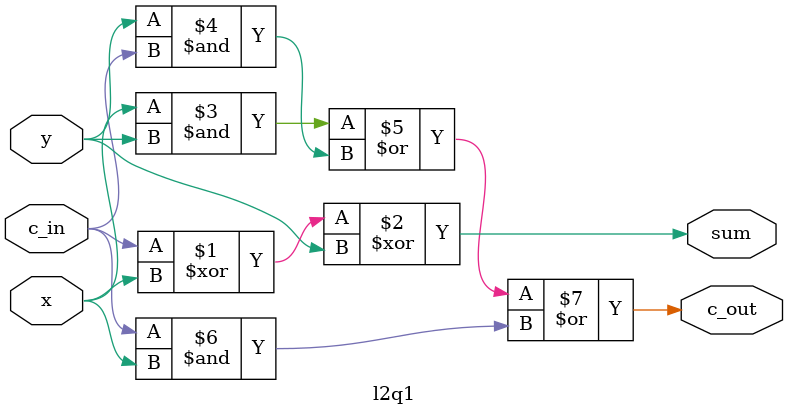
<source format=v>

module l2q1(c_in, x, y, sum, c_out);
input c_in, x, y;
output sum, c_out;
// Calculating sum  
assign sum = c_in ^ x ^ y;
// calculating carry out = (x.y) + (y.c_in) + (c_in.x)
assign c_out = (x & y) | (y & c_in) | (c_in & x);
endmodule


</source>
